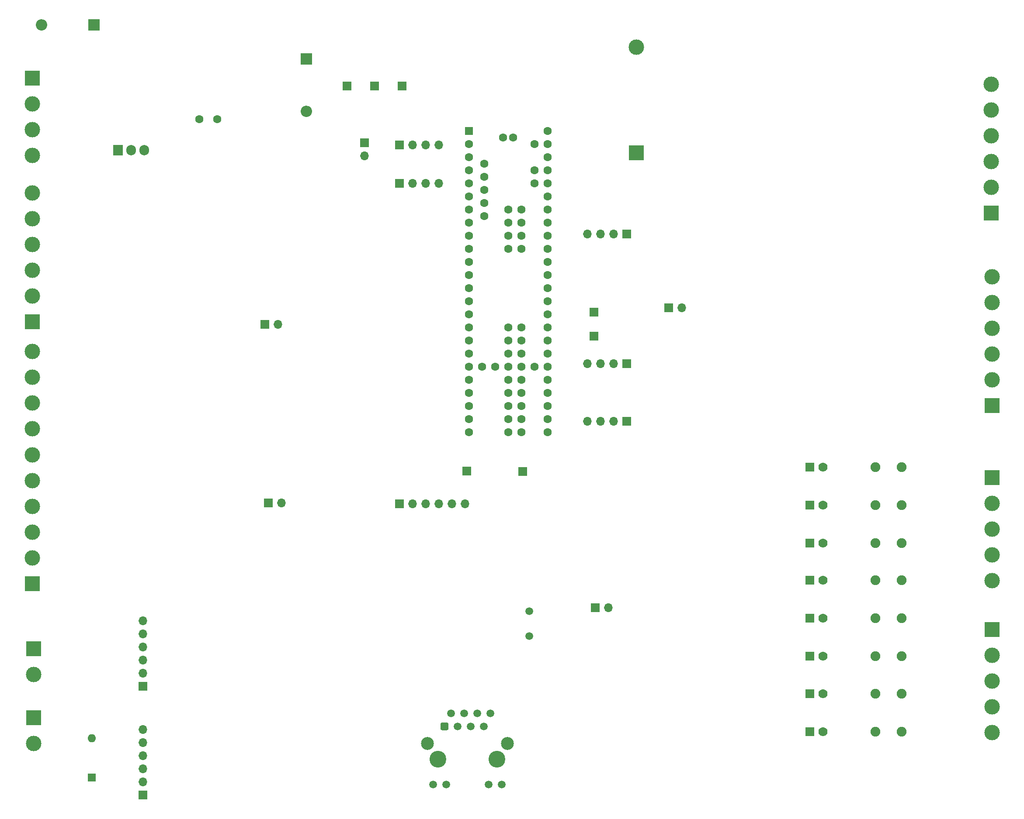
<source format=gbs>
G04 #@! TF.GenerationSoftware,KiCad,Pcbnew,(5.1.7)-1*
G04 #@! TF.CreationDate,2022-10-23T01:23:33-04:00*
G04 #@! TF.ProjectId,plc_14in_14out,706c635f-3134-4696-9e5f-31346f75742e,rev?*
G04 #@! TF.SameCoordinates,Original*
G04 #@! TF.FileFunction,Soldermask,Bot*
G04 #@! TF.FilePolarity,Negative*
%FSLAX46Y46*%
G04 Gerber Fmt 4.6, Leading zero omitted, Abs format (unit mm)*
G04 Created by KiCad (PCBNEW (5.1.7)-1) date 2022-10-23 01:23:33*
%MOMM*%
%LPD*%
G01*
G04 APERTURE LIST*
%ADD10C,1.600000*%
%ADD11R,1.600000X1.600000*%
%ADD12R,3.000000X3.000000*%
%ADD13C,3.000000*%
%ADD14R,1.700000X1.700000*%
%ADD15O,1.700000X1.700000*%
%ADD16O,2.200000X2.200000*%
%ADD17R,2.200000X2.200000*%
%ADD18C,1.500000*%
%ADD19C,2.500000*%
%ADD20C,3.250000*%
%ADD21O,1.905000X2.000000*%
%ADD22R,1.905000X2.000000*%
%ADD23O,1.600000X1.600000*%
%ADD24C,1.778000*%
%ADD25R,1.778000X1.778000*%
%ADD26C,1.900000*%
G04 APERTURE END LIST*
D10*
G04 #@! TO.C,U19*
X112903000Y-78740000D03*
X112903000Y-81280000D03*
X112903000Y-83820000D03*
X112903000Y-86360000D03*
X112903000Y-76200000D03*
X112903000Y-73660000D03*
X112903000Y-71120000D03*
X112903000Y-88900000D03*
X112903000Y-91440000D03*
X112903000Y-93980000D03*
X112903000Y-96520000D03*
X115443000Y-83820000D03*
X117983000Y-83820000D03*
X120523000Y-83820000D03*
X123063000Y-83820000D03*
X125603000Y-83820000D03*
X128143000Y-96520000D03*
X128143000Y-93980000D03*
X128143000Y-91440000D03*
X128143000Y-88900000D03*
X128143000Y-86360000D03*
X128143000Y-83820000D03*
X128143000Y-81280000D03*
X128143000Y-78740000D03*
X112903000Y-68580000D03*
X112903000Y-66040000D03*
X112903000Y-63500000D03*
X112903000Y-60960000D03*
X112903000Y-58420000D03*
X112903000Y-55880000D03*
X112903000Y-53340000D03*
X112903000Y-50800000D03*
X112903000Y-48260000D03*
X112903000Y-45720000D03*
X112903000Y-43180000D03*
X112903000Y-40640000D03*
D11*
X112903000Y-38100000D03*
D10*
X128143000Y-76200000D03*
X128143000Y-73660000D03*
X128143000Y-71120000D03*
X128143000Y-68580000D03*
X128143000Y-66040000D03*
X128143000Y-63500000D03*
X128143000Y-60960000D03*
X128143000Y-58420000D03*
X128143000Y-55880000D03*
X128143000Y-53340000D03*
X128143000Y-50800000D03*
X128143000Y-48260000D03*
X128143000Y-45720000D03*
X128143000Y-43180000D03*
X128143000Y-40640000D03*
X128143000Y-38100000D03*
X125603000Y-40640000D03*
X125603000Y-45720000D03*
X125603000Y-48260000D03*
X115903000Y-44450000D03*
X115903000Y-46990000D03*
X115903000Y-49530000D03*
X115903000Y-52070000D03*
X115903000Y-54610000D03*
X123063000Y-86360000D03*
X123063000Y-88900000D03*
X123063000Y-91440000D03*
X123063000Y-93980000D03*
X120523000Y-93980000D03*
X120523000Y-91440000D03*
X120523000Y-88900000D03*
X120523000Y-86360000D03*
X123063000Y-96520000D03*
X120523000Y-96520000D03*
X123063000Y-81280000D03*
X120523000Y-81280000D03*
X123063000Y-78740000D03*
X120523000Y-78740000D03*
X123063000Y-76200000D03*
X120523000Y-76200000D03*
X120523000Y-55880000D03*
X120523000Y-53340000D03*
X120523000Y-58420000D03*
X120523000Y-60960000D03*
X123063000Y-60960000D03*
X123063000Y-58420000D03*
X123063000Y-55880000D03*
X123063000Y-53340000D03*
X119513000Y-39370000D03*
X121533000Y-39370000D03*
G04 #@! TD*
D12*
G04 #@! TO.C,BT1*
X145351500Y-42291000D03*
D13*
X145351500Y-21801000D03*
G04 #@! TD*
D14*
G04 #@! TO.C,J25*
X99978000Y-29337000D03*
G04 #@! TD*
G04 #@! TO.C,J24*
X89281000Y-29337000D03*
G04 #@! TD*
G04 #@! TO.C,J23*
X94615000Y-29337000D03*
G04 #@! TD*
G04 #@! TO.C,J22*
X137160000Y-73201000D03*
G04 #@! TD*
G04 #@! TO.C,J21*
X137160000Y-77851000D03*
G04 #@! TD*
G04 #@! TO.C,J20*
X123317000Y-104140000D03*
G04 #@! TD*
D15*
G04 #@! TO.C,J19*
X135890000Y-94361000D03*
X138430000Y-94361000D03*
X140970000Y-94361000D03*
D14*
X143510000Y-94361000D03*
G04 #@! TD*
G04 #@! TO.C,J18*
X112522000Y-104013000D03*
G04 #@! TD*
D15*
G04 #@! TO.C,J17*
X135890000Y-83185000D03*
X138430000Y-83185000D03*
X140970000Y-83185000D03*
D14*
X143510000Y-83185000D03*
G04 #@! TD*
D10*
G04 #@! TO.C,C25*
X64206000Y-35814000D03*
X60706000Y-35814000D03*
G04 #@! TD*
D15*
G04 #@! TO.C,J16*
X135890000Y-58039000D03*
X138430000Y-58039000D03*
X140970000Y-58039000D03*
D14*
X143510000Y-58039000D03*
G04 #@! TD*
D15*
G04 #@! TO.C,J15*
X107061000Y-40767000D03*
X104521000Y-40767000D03*
X101981000Y-40767000D03*
D14*
X99441000Y-40767000D03*
G04 #@! TD*
D15*
G04 #@! TO.C,J14*
X107061000Y-48260000D03*
X104521000Y-48260000D03*
X101981000Y-48260000D03*
D14*
X99441000Y-48260000D03*
G04 #@! TD*
D13*
G04 #@! TO.C,J13*
X28321000Y-42813000D03*
X28321000Y-37813000D03*
X28321000Y-32813000D03*
D12*
X28321000Y-27813000D03*
G04 #@! TD*
D16*
G04 #@! TO.C,D33*
X30162500Y-17526000D03*
D17*
X40322500Y-17526000D03*
G04 #@! TD*
D16*
G04 #@! TO.C,D32*
X81407000Y-34290000D03*
D17*
X81407000Y-24130000D03*
G04 #@! TD*
D18*
G04 #@! TO.C,J6*
X116729000Y-164803000D03*
X119269000Y-164803000D03*
X108559000Y-164803000D03*
X106019000Y-164803000D03*
D19*
X120389000Y-156853000D03*
D18*
X117084000Y-151003000D03*
D19*
X104899000Y-156853000D03*
D18*
X115824000Y-153543000D03*
X114544000Y-151003000D03*
X113284000Y-153543000D03*
X112004000Y-151003000D03*
X110744000Y-153543000D03*
X109464000Y-151003000D03*
G36*
G01*
X107454000Y-154042500D02*
X107454000Y-153043500D01*
G75*
G02*
X107704500Y-152793000I250500J0D01*
G01*
X108703500Y-152793000D01*
G75*
G02*
X108954000Y-153043500I0J-250500D01*
G01*
X108954000Y-154042500D01*
G75*
G02*
X108703500Y-154293000I-250500J0D01*
G01*
X107704500Y-154293000D01*
G75*
G02*
X107454000Y-154042500I0J250500D01*
G01*
G37*
D20*
X106929000Y-159903000D03*
X118359000Y-159903000D03*
G04 #@! TD*
D21*
G04 #@! TO.C,U36*
X50038000Y-41783000D03*
X47498000Y-41783000D03*
D22*
X44958000Y-41783000D03*
G04 #@! TD*
D13*
G04 #@! TO.C,J8*
X214122000Y-28975000D03*
X214122000Y-33975000D03*
X214122000Y-38975000D03*
X214122000Y-43975000D03*
X214122000Y-48975000D03*
D12*
X214122000Y-53975000D03*
G04 #@! TD*
D15*
G04 #@! TO.C,J12*
X112141000Y-110363000D03*
X109601000Y-110363000D03*
X107061000Y-110363000D03*
X104521000Y-110363000D03*
X101981000Y-110363000D03*
D14*
X99441000Y-110363000D03*
G04 #@! TD*
D23*
G04 #@! TO.C,SW6*
X39878000Y-155829000D03*
D11*
X39878000Y-163449000D03*
G04 #@! TD*
D13*
G04 #@! TO.C,J3*
X28321000Y-80857000D03*
X28321000Y-85857000D03*
X28321000Y-90857000D03*
X28321000Y-95857000D03*
X28321000Y-100857000D03*
X28321000Y-105857000D03*
X28321000Y-110857000D03*
X28321000Y-115857000D03*
X28321000Y-120857000D03*
D12*
X28321000Y-125857000D03*
G04 #@! TD*
D13*
G04 #@! TO.C,J11*
X28638500Y-143493500D03*
D12*
X28638500Y-138493500D03*
G04 #@! TD*
D15*
G04 #@! TO.C,J10*
X49784000Y-154178000D03*
X49784000Y-156718000D03*
X49784000Y-159258000D03*
X49784000Y-161798000D03*
X49784000Y-164338000D03*
D14*
X49784000Y-166878000D03*
G04 #@! TD*
D15*
G04 #@! TO.C,J9*
X49784000Y-133096000D03*
X49784000Y-135636000D03*
X49784000Y-138176000D03*
X49784000Y-140716000D03*
X49784000Y-143256000D03*
D14*
X49784000Y-145796000D03*
G04 #@! TD*
D15*
G04 #@! TO.C,SW5*
X154178000Y-72390000D03*
D14*
X151638000Y-72390000D03*
G04 #@! TD*
D13*
G04 #@! TO.C,J7*
X214249000Y-66313000D03*
X214249000Y-71313000D03*
X214249000Y-76313000D03*
X214249000Y-81313000D03*
X214249000Y-86313000D03*
D12*
X214249000Y-91313000D03*
G04 #@! TD*
D15*
G04 #@! TO.C,SW4*
X92710000Y-42926000D03*
D14*
X92710000Y-40386000D03*
G04 #@! TD*
D18*
G04 #@! TO.C,Y1*
X124587000Y-136071000D03*
X124587000Y-131191000D03*
G04 #@! TD*
D24*
G04 #@! TO.C,K8*
X181483000Y-103251000D03*
D25*
X178943000Y-103251000D03*
D26*
X191643000Y-103251000D03*
X196723000Y-103251000D03*
G04 #@! TD*
D24*
G04 #@! TO.C,K7*
X181483000Y-110617000D03*
D25*
X178943000Y-110617000D03*
D26*
X191643000Y-110617000D03*
X196723000Y-110617000D03*
G04 #@! TD*
D24*
G04 #@! TO.C,K6*
X181483000Y-117983000D03*
D25*
X178943000Y-117983000D03*
D26*
X191643000Y-117983000D03*
X196723000Y-117983000D03*
G04 #@! TD*
D24*
G04 #@! TO.C,K5*
X181483000Y-125222000D03*
D25*
X178943000Y-125222000D03*
D26*
X191643000Y-125222000D03*
X196723000Y-125222000D03*
G04 #@! TD*
D24*
G04 #@! TO.C,K4*
X181483000Y-132588000D03*
D25*
X178943000Y-132588000D03*
D26*
X191643000Y-132588000D03*
X196723000Y-132588000D03*
G04 #@! TD*
D24*
G04 #@! TO.C,K3*
X181483000Y-139895001D03*
D25*
X178943000Y-139895001D03*
D26*
X191643000Y-139895001D03*
X196723000Y-139895001D03*
G04 #@! TD*
D24*
G04 #@! TO.C,K2*
X181483000Y-147193000D03*
D25*
X178943000Y-147193000D03*
D26*
X191643000Y-147193000D03*
X196723000Y-147193000D03*
G04 #@! TD*
D13*
G04 #@! TO.C,J5*
X214249000Y-154747000D03*
X214249000Y-149747000D03*
X214249000Y-144747000D03*
X214249000Y-139747000D03*
D12*
X214249000Y-134747000D03*
G04 #@! TD*
D13*
G04 #@! TO.C,J4*
X214249000Y-125283000D03*
X214249000Y-120283000D03*
X214249000Y-115283000D03*
X214249000Y-110283000D03*
D12*
X214249000Y-105283000D03*
G04 #@! TD*
D24*
G04 #@! TO.C,K1*
X181483000Y-154559000D03*
D25*
X178943000Y-154559000D03*
D26*
X191643000Y-154559000D03*
X196723000Y-154559000D03*
G04 #@! TD*
D15*
G04 #@! TO.C,SW3*
X139954000Y-130556000D03*
D14*
X137414000Y-130556000D03*
G04 #@! TD*
D15*
G04 #@! TO.C,SW1*
X75946000Y-75565000D03*
D14*
X73406000Y-75565000D03*
G04 #@! TD*
D15*
G04 #@! TO.C,SW2*
X76581000Y-110236000D03*
D14*
X74041000Y-110236000D03*
G04 #@! TD*
D13*
G04 #@! TO.C,J2*
X28321000Y-50057000D03*
X28321000Y-55057000D03*
X28321000Y-60057000D03*
X28321000Y-65057000D03*
X28321000Y-70057000D03*
D12*
X28321000Y-75057000D03*
G04 #@! TD*
D13*
G04 #@! TO.C,J1*
X28638500Y-156892000D03*
D12*
X28638500Y-151892000D03*
G04 #@! TD*
M02*

</source>
